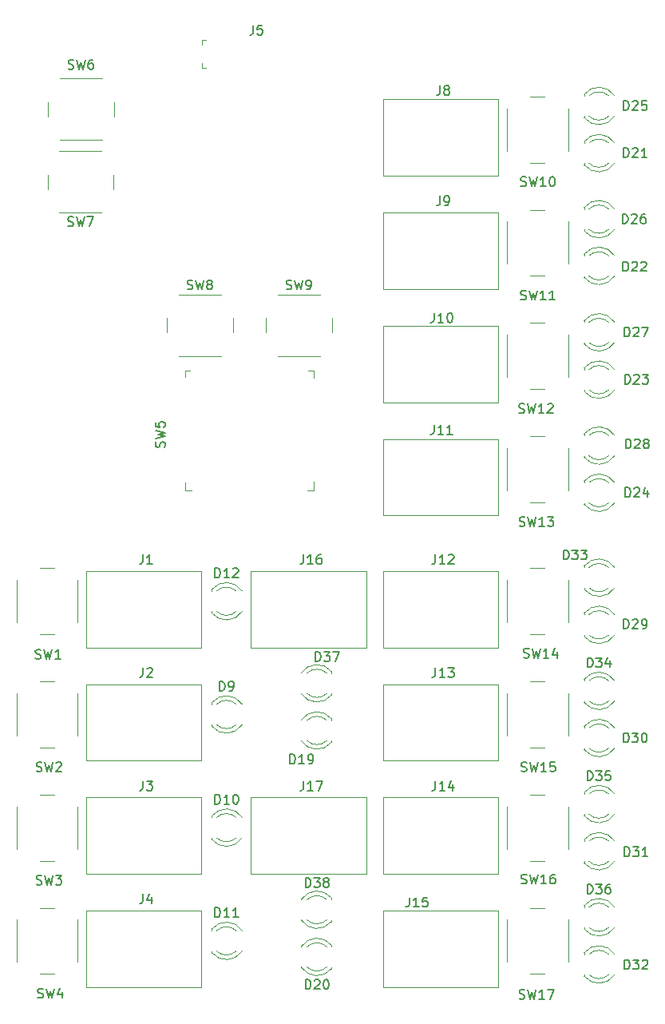
<source format=gbr>
%TF.GenerationSoftware,KiCad,Pcbnew,(6.0.1)*%
%TF.CreationDate,2022-08-04T18:13:32-07:00*%
%TF.ProjectId,main_board,6d61696e-5f62-46f6-9172-642e6b696361,2.1*%
%TF.SameCoordinates,Original*%
%TF.FileFunction,Legend,Top*%
%TF.FilePolarity,Positive*%
%FSLAX46Y46*%
G04 Gerber Fmt 4.6, Leading zero omitted, Abs format (unit mm)*
G04 Created by KiCad (PCBNEW (6.0.1)) date 2022-08-04 18:13:32*
%MOMM*%
%LPD*%
G01*
G04 APERTURE LIST*
%ADD10C,0.150000*%
%ADD11C,0.120000*%
%ADD12C,0.100000*%
G04 APERTURE END LIST*
D10*
X115535714Y-88952380D02*
X115535714Y-87952380D01*
X115773809Y-87952380D01*
X115916666Y-88000000D01*
X116011904Y-88095238D01*
X116059523Y-88190476D01*
X116107142Y-88380952D01*
X116107142Y-88523809D01*
X116059523Y-88714285D01*
X116011904Y-88809523D01*
X115916666Y-88904761D01*
X115773809Y-88952380D01*
X115535714Y-88952380D01*
X116488095Y-88047619D02*
X116535714Y-88000000D01*
X116630952Y-87952380D01*
X116869047Y-87952380D01*
X116964285Y-88000000D01*
X117011904Y-88047619D01*
X117059523Y-88142857D01*
X117059523Y-88238095D01*
X117011904Y-88380952D01*
X116440476Y-88952380D01*
X117059523Y-88952380D01*
X117392857Y-87952380D02*
X118011904Y-87952380D01*
X117678571Y-88333333D01*
X117821428Y-88333333D01*
X117916666Y-88380952D01*
X117964285Y-88428571D01*
X118011904Y-88523809D01*
X118011904Y-88761904D01*
X117964285Y-88857142D01*
X117916666Y-88904761D01*
X117821428Y-88952380D01*
X117535714Y-88952380D01*
X117440476Y-88904761D01*
X117392857Y-88857142D01*
X115485714Y-139052380D02*
X115485714Y-138052380D01*
X115723809Y-138052380D01*
X115866666Y-138100000D01*
X115961904Y-138195238D01*
X116009523Y-138290476D01*
X116057142Y-138480952D01*
X116057142Y-138623809D01*
X116009523Y-138814285D01*
X115961904Y-138909523D01*
X115866666Y-139004761D01*
X115723809Y-139052380D01*
X115485714Y-139052380D01*
X116390476Y-138052380D02*
X117009523Y-138052380D01*
X116676190Y-138433333D01*
X116819047Y-138433333D01*
X116914285Y-138480952D01*
X116961904Y-138528571D01*
X117009523Y-138623809D01*
X117009523Y-138861904D01*
X116961904Y-138957142D01*
X116914285Y-139004761D01*
X116819047Y-139052380D01*
X116533333Y-139052380D01*
X116438095Y-139004761D01*
X116390476Y-138957142D01*
X117961904Y-139052380D02*
X117390476Y-139052380D01*
X117676190Y-139052380D02*
X117676190Y-138052380D01*
X117580952Y-138195238D01*
X117485714Y-138290476D01*
X117390476Y-138338095D01*
X111555714Y-118992380D02*
X111555714Y-117992380D01*
X111793809Y-117992380D01*
X111936666Y-118040000D01*
X112031904Y-118135238D01*
X112079523Y-118230476D01*
X112127142Y-118420952D01*
X112127142Y-118563809D01*
X112079523Y-118754285D01*
X112031904Y-118849523D01*
X111936666Y-118944761D01*
X111793809Y-118992380D01*
X111555714Y-118992380D01*
X112460476Y-117992380D02*
X113079523Y-117992380D01*
X112746190Y-118373333D01*
X112889047Y-118373333D01*
X112984285Y-118420952D01*
X113031904Y-118468571D01*
X113079523Y-118563809D01*
X113079523Y-118801904D01*
X113031904Y-118897142D01*
X112984285Y-118944761D01*
X112889047Y-118992380D01*
X112603333Y-118992380D01*
X112508095Y-118944761D01*
X112460476Y-118897142D01*
X113936666Y-118325714D02*
X113936666Y-118992380D01*
X113698571Y-117944761D02*
X113460476Y-118659047D01*
X114079523Y-118659047D01*
X104540476Y-141904761D02*
X104683333Y-141952380D01*
X104921428Y-141952380D01*
X105016666Y-141904761D01*
X105064285Y-141857142D01*
X105111904Y-141761904D01*
X105111904Y-141666666D01*
X105064285Y-141571428D01*
X105016666Y-141523809D01*
X104921428Y-141476190D01*
X104730952Y-141428571D01*
X104635714Y-141380952D01*
X104588095Y-141333333D01*
X104540476Y-141238095D01*
X104540476Y-141142857D01*
X104588095Y-141047619D01*
X104635714Y-141000000D01*
X104730952Y-140952380D01*
X104969047Y-140952380D01*
X105111904Y-141000000D01*
X105445238Y-140952380D02*
X105683333Y-141952380D01*
X105873809Y-141238095D01*
X106064285Y-141952380D01*
X106302380Y-140952380D01*
X107207142Y-141952380D02*
X106635714Y-141952380D01*
X106921428Y-141952380D02*
X106921428Y-140952380D01*
X106826190Y-141095238D01*
X106730952Y-141190476D01*
X106635714Y-141238095D01*
X108064285Y-140952380D02*
X107873809Y-140952380D01*
X107778571Y-141000000D01*
X107730952Y-141047619D01*
X107635714Y-141190476D01*
X107588095Y-141380952D01*
X107588095Y-141761904D01*
X107635714Y-141857142D01*
X107683333Y-141904761D01*
X107778571Y-141952380D01*
X107969047Y-141952380D01*
X108064285Y-141904761D01*
X108111904Y-141857142D01*
X108159523Y-141761904D01*
X108159523Y-141523809D01*
X108111904Y-141428571D01*
X108064285Y-141380952D01*
X107969047Y-141333333D01*
X107778571Y-141333333D01*
X107683333Y-141380952D01*
X107635714Y-141428571D01*
X107588095Y-141523809D01*
X80010714Y-129227380D02*
X80010714Y-128227380D01*
X80248809Y-128227380D01*
X80391666Y-128275000D01*
X80486904Y-128370238D01*
X80534523Y-128465476D01*
X80582142Y-128655952D01*
X80582142Y-128798809D01*
X80534523Y-128989285D01*
X80486904Y-129084523D01*
X80391666Y-129179761D01*
X80248809Y-129227380D01*
X80010714Y-129227380D01*
X81534523Y-129227380D02*
X80963095Y-129227380D01*
X81248809Y-129227380D02*
X81248809Y-128227380D01*
X81153571Y-128370238D01*
X81058333Y-128465476D01*
X80963095Y-128513095D01*
X82010714Y-129227380D02*
X82201190Y-129227380D01*
X82296428Y-129179761D01*
X82344047Y-129132142D01*
X82439285Y-128989285D01*
X82486904Y-128798809D01*
X82486904Y-128417857D01*
X82439285Y-128322619D01*
X82391666Y-128275000D01*
X82296428Y-128227380D01*
X82105952Y-128227380D01*
X82010714Y-128275000D01*
X81963095Y-128322619D01*
X81915476Y-128417857D01*
X81915476Y-128655952D01*
X81963095Y-128751190D01*
X82010714Y-128798809D01*
X82105952Y-128846428D01*
X82296428Y-128846428D01*
X82391666Y-128798809D01*
X82439285Y-128751190D01*
X82486904Y-128655952D01*
X104340476Y-154104761D02*
X104483333Y-154152380D01*
X104721428Y-154152380D01*
X104816666Y-154104761D01*
X104864285Y-154057142D01*
X104911904Y-153961904D01*
X104911904Y-153866666D01*
X104864285Y-153771428D01*
X104816666Y-153723809D01*
X104721428Y-153676190D01*
X104530952Y-153628571D01*
X104435714Y-153580952D01*
X104388095Y-153533333D01*
X104340476Y-153438095D01*
X104340476Y-153342857D01*
X104388095Y-153247619D01*
X104435714Y-153200000D01*
X104530952Y-153152380D01*
X104769047Y-153152380D01*
X104911904Y-153200000D01*
X105245238Y-153152380D02*
X105483333Y-154152380D01*
X105673809Y-153438095D01*
X105864285Y-154152380D01*
X106102380Y-153152380D01*
X107007142Y-154152380D02*
X106435714Y-154152380D01*
X106721428Y-154152380D02*
X106721428Y-153152380D01*
X106626190Y-153295238D01*
X106530952Y-153390476D01*
X106435714Y-153438095D01*
X107340476Y-153152380D02*
X108007142Y-153152380D01*
X107578571Y-154152380D01*
X92690476Y-143402380D02*
X92690476Y-144116666D01*
X92642857Y-144259523D01*
X92547619Y-144354761D01*
X92404761Y-144402380D01*
X92309523Y-144402380D01*
X93690476Y-144402380D02*
X93119047Y-144402380D01*
X93404761Y-144402380D02*
X93404761Y-143402380D01*
X93309523Y-143545238D01*
X93214285Y-143640476D01*
X93119047Y-143688095D01*
X94595238Y-143402380D02*
X94119047Y-143402380D01*
X94071428Y-143878571D01*
X94119047Y-143830952D01*
X94214285Y-143783333D01*
X94452380Y-143783333D01*
X94547619Y-143830952D01*
X94595238Y-143878571D01*
X94642857Y-143973809D01*
X94642857Y-144211904D01*
X94595238Y-144307142D01*
X94547619Y-144354761D01*
X94452380Y-144402380D01*
X94214285Y-144402380D01*
X94119047Y-144354761D01*
X94071428Y-144307142D01*
X104490476Y-67954761D02*
X104633333Y-68002380D01*
X104871428Y-68002380D01*
X104966666Y-67954761D01*
X105014285Y-67907142D01*
X105061904Y-67811904D01*
X105061904Y-67716666D01*
X105014285Y-67621428D01*
X104966666Y-67573809D01*
X104871428Y-67526190D01*
X104680952Y-67478571D01*
X104585714Y-67430952D01*
X104538095Y-67383333D01*
X104490476Y-67288095D01*
X104490476Y-67192857D01*
X104538095Y-67097619D01*
X104585714Y-67050000D01*
X104680952Y-67002380D01*
X104919047Y-67002380D01*
X105061904Y-67050000D01*
X105395238Y-67002380D02*
X105633333Y-68002380D01*
X105823809Y-67288095D01*
X106014285Y-68002380D01*
X106252380Y-67002380D01*
X107157142Y-68002380D02*
X106585714Y-68002380D01*
X106871428Y-68002380D02*
X106871428Y-67002380D01*
X106776190Y-67145238D01*
X106680952Y-67240476D01*
X106585714Y-67288095D01*
X107776190Y-67002380D02*
X107871428Y-67002380D01*
X107966666Y-67050000D01*
X108014285Y-67097619D01*
X108061904Y-67192857D01*
X108109523Y-67383333D01*
X108109523Y-67621428D01*
X108061904Y-67811904D01*
X108014285Y-67907142D01*
X107966666Y-67954761D01*
X107871428Y-68002380D01*
X107776190Y-68002380D01*
X107680952Y-67954761D01*
X107633333Y-67907142D01*
X107585714Y-67811904D01*
X107538095Y-67621428D01*
X107538095Y-67383333D01*
X107585714Y-67192857D01*
X107633333Y-67097619D01*
X107680952Y-67050000D01*
X107776190Y-67002380D01*
X115560714Y-100952380D02*
X115560714Y-99952380D01*
X115798809Y-99952380D01*
X115941666Y-100000000D01*
X116036904Y-100095238D01*
X116084523Y-100190476D01*
X116132142Y-100380952D01*
X116132142Y-100523809D01*
X116084523Y-100714285D01*
X116036904Y-100809523D01*
X115941666Y-100904761D01*
X115798809Y-100952380D01*
X115560714Y-100952380D01*
X116513095Y-100047619D02*
X116560714Y-100000000D01*
X116655952Y-99952380D01*
X116894047Y-99952380D01*
X116989285Y-100000000D01*
X117036904Y-100047619D01*
X117084523Y-100142857D01*
X117084523Y-100238095D01*
X117036904Y-100380952D01*
X116465476Y-100952380D01*
X117084523Y-100952380D01*
X117941666Y-100285714D02*
X117941666Y-100952380D01*
X117703571Y-99904761D02*
X117465476Y-100619047D01*
X118084523Y-100619047D01*
X115385714Y-59952380D02*
X115385714Y-58952380D01*
X115623809Y-58952380D01*
X115766666Y-59000000D01*
X115861904Y-59095238D01*
X115909523Y-59190476D01*
X115957142Y-59380952D01*
X115957142Y-59523809D01*
X115909523Y-59714285D01*
X115861904Y-59809523D01*
X115766666Y-59904761D01*
X115623809Y-59952380D01*
X115385714Y-59952380D01*
X116338095Y-59047619D02*
X116385714Y-59000000D01*
X116480952Y-58952380D01*
X116719047Y-58952380D01*
X116814285Y-59000000D01*
X116861904Y-59047619D01*
X116909523Y-59142857D01*
X116909523Y-59238095D01*
X116861904Y-59380952D01*
X116290476Y-59952380D01*
X116909523Y-59952380D01*
X117814285Y-58952380D02*
X117338095Y-58952380D01*
X117290476Y-59428571D01*
X117338095Y-59380952D01*
X117433333Y-59333333D01*
X117671428Y-59333333D01*
X117766666Y-59380952D01*
X117814285Y-59428571D01*
X117861904Y-59523809D01*
X117861904Y-59761904D01*
X117814285Y-59857142D01*
X117766666Y-59904761D01*
X117671428Y-59952380D01*
X117433333Y-59952380D01*
X117338095Y-59904761D01*
X117290476Y-59857142D01*
X104540476Y-130004761D02*
X104683333Y-130052380D01*
X104921428Y-130052380D01*
X105016666Y-130004761D01*
X105064285Y-129957142D01*
X105111904Y-129861904D01*
X105111904Y-129766666D01*
X105064285Y-129671428D01*
X105016666Y-129623809D01*
X104921428Y-129576190D01*
X104730952Y-129528571D01*
X104635714Y-129480952D01*
X104588095Y-129433333D01*
X104540476Y-129338095D01*
X104540476Y-129242857D01*
X104588095Y-129147619D01*
X104635714Y-129100000D01*
X104730952Y-129052380D01*
X104969047Y-129052380D01*
X105111904Y-129100000D01*
X105445238Y-129052380D02*
X105683333Y-130052380D01*
X105873809Y-129338095D01*
X106064285Y-130052380D01*
X106302380Y-129052380D01*
X107207142Y-130052380D02*
X106635714Y-130052380D01*
X106921428Y-130052380D02*
X106921428Y-129052380D01*
X106826190Y-129195238D01*
X106730952Y-129290476D01*
X106635714Y-129338095D01*
X108111904Y-129052380D02*
X107635714Y-129052380D01*
X107588095Y-129528571D01*
X107635714Y-129480952D01*
X107730952Y-129433333D01*
X107969047Y-129433333D01*
X108064285Y-129480952D01*
X108111904Y-129528571D01*
X108159523Y-129623809D01*
X108159523Y-129861904D01*
X108111904Y-129957142D01*
X108064285Y-130004761D01*
X107969047Y-130052380D01*
X107730952Y-130052380D01*
X107635714Y-130004761D01*
X107588095Y-129957142D01*
X111555714Y-142992380D02*
X111555714Y-141992380D01*
X111793809Y-141992380D01*
X111936666Y-142040000D01*
X112031904Y-142135238D01*
X112079523Y-142230476D01*
X112127142Y-142420952D01*
X112127142Y-142563809D01*
X112079523Y-142754285D01*
X112031904Y-142849523D01*
X111936666Y-142944761D01*
X111793809Y-142992380D01*
X111555714Y-142992380D01*
X112460476Y-141992380D02*
X113079523Y-141992380D01*
X112746190Y-142373333D01*
X112889047Y-142373333D01*
X112984285Y-142420952D01*
X113031904Y-142468571D01*
X113079523Y-142563809D01*
X113079523Y-142801904D01*
X113031904Y-142897142D01*
X112984285Y-142944761D01*
X112889047Y-142992380D01*
X112603333Y-142992380D01*
X112508095Y-142944761D01*
X112460476Y-142897142D01*
X113936666Y-141992380D02*
X113746190Y-141992380D01*
X113650952Y-142040000D01*
X113603333Y-142087619D01*
X113508095Y-142230476D01*
X113460476Y-142420952D01*
X113460476Y-142801904D01*
X113508095Y-142897142D01*
X113555714Y-142944761D01*
X113650952Y-142992380D01*
X113841428Y-142992380D01*
X113936666Y-142944761D01*
X113984285Y-142897142D01*
X114031904Y-142801904D01*
X114031904Y-142563809D01*
X113984285Y-142468571D01*
X113936666Y-142420952D01*
X113841428Y-142373333D01*
X113650952Y-142373333D01*
X113555714Y-142420952D01*
X113508095Y-142468571D01*
X113460476Y-142563809D01*
X56516666Y-55554761D02*
X56659523Y-55602380D01*
X56897619Y-55602380D01*
X56992857Y-55554761D01*
X57040476Y-55507142D01*
X57088095Y-55411904D01*
X57088095Y-55316666D01*
X57040476Y-55221428D01*
X56992857Y-55173809D01*
X56897619Y-55126190D01*
X56707142Y-55078571D01*
X56611904Y-55030952D01*
X56564285Y-54983333D01*
X56516666Y-54888095D01*
X56516666Y-54792857D01*
X56564285Y-54697619D01*
X56611904Y-54650000D01*
X56707142Y-54602380D01*
X56945238Y-54602380D01*
X57088095Y-54650000D01*
X57421428Y-54602380D02*
X57659523Y-55602380D01*
X57850000Y-54888095D01*
X58040476Y-55602380D01*
X58278571Y-54602380D01*
X59088095Y-54602380D02*
X58897619Y-54602380D01*
X58802380Y-54650000D01*
X58754761Y-54697619D01*
X58659523Y-54840476D01*
X58611904Y-55030952D01*
X58611904Y-55411904D01*
X58659523Y-55507142D01*
X58707142Y-55554761D01*
X58802380Y-55602380D01*
X58992857Y-55602380D01*
X59088095Y-55554761D01*
X59135714Y-55507142D01*
X59183333Y-55411904D01*
X59183333Y-55173809D01*
X59135714Y-55078571D01*
X59088095Y-55030952D01*
X58992857Y-54983333D01*
X58802380Y-54983333D01*
X58707142Y-55030952D01*
X58659523Y-55078571D01*
X58611904Y-55173809D01*
X115285714Y-71952380D02*
X115285714Y-70952380D01*
X115523809Y-70952380D01*
X115666666Y-71000000D01*
X115761904Y-71095238D01*
X115809523Y-71190476D01*
X115857142Y-71380952D01*
X115857142Y-71523809D01*
X115809523Y-71714285D01*
X115761904Y-71809523D01*
X115666666Y-71904761D01*
X115523809Y-71952380D01*
X115285714Y-71952380D01*
X116238095Y-71047619D02*
X116285714Y-71000000D01*
X116380952Y-70952380D01*
X116619047Y-70952380D01*
X116714285Y-71000000D01*
X116761904Y-71047619D01*
X116809523Y-71142857D01*
X116809523Y-71238095D01*
X116761904Y-71380952D01*
X116190476Y-71952380D01*
X116809523Y-71952380D01*
X117666666Y-70952380D02*
X117476190Y-70952380D01*
X117380952Y-71000000D01*
X117333333Y-71047619D01*
X117238095Y-71190476D01*
X117190476Y-71380952D01*
X117190476Y-71761904D01*
X117238095Y-71857142D01*
X117285714Y-71904761D01*
X117380952Y-71952380D01*
X117571428Y-71952380D01*
X117666666Y-71904761D01*
X117714285Y-71857142D01*
X117761904Y-71761904D01*
X117761904Y-71523809D01*
X117714285Y-71428571D01*
X117666666Y-71380952D01*
X117571428Y-71333333D01*
X117380952Y-71333333D01*
X117285714Y-71380952D01*
X117238095Y-71428571D01*
X117190476Y-71523809D01*
X95916666Y-57352380D02*
X95916666Y-58066666D01*
X95869047Y-58209523D01*
X95773809Y-58304761D01*
X95630952Y-58352380D01*
X95535714Y-58352380D01*
X96535714Y-57780952D02*
X96440476Y-57733333D01*
X96392857Y-57685714D01*
X96345238Y-57590476D01*
X96345238Y-57542857D01*
X96392857Y-57447619D01*
X96440476Y-57400000D01*
X96535714Y-57352380D01*
X96726190Y-57352380D01*
X96821428Y-57400000D01*
X96869047Y-57447619D01*
X96916666Y-57542857D01*
X96916666Y-57590476D01*
X96869047Y-57685714D01*
X96821428Y-57733333D01*
X96726190Y-57780952D01*
X96535714Y-57780952D01*
X96440476Y-57828571D01*
X96392857Y-57876190D01*
X96345238Y-57971428D01*
X96345238Y-58161904D01*
X96392857Y-58257142D01*
X96440476Y-58304761D01*
X96535714Y-58352380D01*
X96726190Y-58352380D01*
X96821428Y-58304761D01*
X96869047Y-58257142D01*
X96916666Y-58161904D01*
X96916666Y-57971428D01*
X96869047Y-57876190D01*
X96821428Y-57828571D01*
X96726190Y-57780952D01*
X104290476Y-92004761D02*
X104433333Y-92052380D01*
X104671428Y-92052380D01*
X104766666Y-92004761D01*
X104814285Y-91957142D01*
X104861904Y-91861904D01*
X104861904Y-91766666D01*
X104814285Y-91671428D01*
X104766666Y-91623809D01*
X104671428Y-91576190D01*
X104480952Y-91528571D01*
X104385714Y-91480952D01*
X104338095Y-91433333D01*
X104290476Y-91338095D01*
X104290476Y-91242857D01*
X104338095Y-91147619D01*
X104385714Y-91100000D01*
X104480952Y-91052380D01*
X104719047Y-91052380D01*
X104861904Y-91100000D01*
X105195238Y-91052380D02*
X105433333Y-92052380D01*
X105623809Y-91338095D01*
X105814285Y-92052380D01*
X106052380Y-91052380D01*
X106957142Y-92052380D02*
X106385714Y-92052380D01*
X106671428Y-92052380D02*
X106671428Y-91052380D01*
X106576190Y-91195238D01*
X106480952Y-91290476D01*
X106385714Y-91338095D01*
X107338095Y-91147619D02*
X107385714Y-91100000D01*
X107480952Y-91052380D01*
X107719047Y-91052380D01*
X107814285Y-91100000D01*
X107861904Y-91147619D01*
X107909523Y-91242857D01*
X107909523Y-91338095D01*
X107861904Y-91480952D01*
X107290476Y-92052380D01*
X107909523Y-92052380D01*
X81440476Y-107052380D02*
X81440476Y-107766666D01*
X81392857Y-107909523D01*
X81297619Y-108004761D01*
X81154761Y-108052380D01*
X81059523Y-108052380D01*
X82440476Y-108052380D02*
X81869047Y-108052380D01*
X82154761Y-108052380D02*
X82154761Y-107052380D01*
X82059523Y-107195238D01*
X81964285Y-107290476D01*
X81869047Y-107338095D01*
X83297619Y-107052380D02*
X83107142Y-107052380D01*
X83011904Y-107100000D01*
X82964285Y-107147619D01*
X82869047Y-107290476D01*
X82821428Y-107480952D01*
X82821428Y-107861904D01*
X82869047Y-107957142D01*
X82916666Y-108004761D01*
X83011904Y-108052380D01*
X83202380Y-108052380D01*
X83297619Y-108004761D01*
X83345238Y-107957142D01*
X83392857Y-107861904D01*
X83392857Y-107623809D01*
X83345238Y-107528571D01*
X83297619Y-107480952D01*
X83202380Y-107433333D01*
X83011904Y-107433333D01*
X82916666Y-107480952D01*
X82869047Y-107528571D01*
X82821428Y-107623809D01*
X56466666Y-72204761D02*
X56609523Y-72252380D01*
X56847619Y-72252380D01*
X56942857Y-72204761D01*
X56990476Y-72157142D01*
X57038095Y-72061904D01*
X57038095Y-71966666D01*
X56990476Y-71871428D01*
X56942857Y-71823809D01*
X56847619Y-71776190D01*
X56657142Y-71728571D01*
X56561904Y-71680952D01*
X56514285Y-71633333D01*
X56466666Y-71538095D01*
X56466666Y-71442857D01*
X56514285Y-71347619D01*
X56561904Y-71300000D01*
X56657142Y-71252380D01*
X56895238Y-71252380D01*
X57038095Y-71300000D01*
X57371428Y-71252380D02*
X57609523Y-72252380D01*
X57800000Y-71538095D01*
X57990476Y-72252380D01*
X58228571Y-71252380D01*
X58514285Y-71252380D02*
X59180952Y-71252380D01*
X58752380Y-72252380D01*
X53266666Y-154004761D02*
X53409523Y-154052380D01*
X53647619Y-154052380D01*
X53742857Y-154004761D01*
X53790476Y-153957142D01*
X53838095Y-153861904D01*
X53838095Y-153766666D01*
X53790476Y-153671428D01*
X53742857Y-153623809D01*
X53647619Y-153576190D01*
X53457142Y-153528571D01*
X53361904Y-153480952D01*
X53314285Y-153433333D01*
X53266666Y-153338095D01*
X53266666Y-153242857D01*
X53314285Y-153147619D01*
X53361904Y-153100000D01*
X53457142Y-153052380D01*
X53695238Y-153052380D01*
X53838095Y-153100000D01*
X54171428Y-153052380D02*
X54409523Y-154052380D01*
X54600000Y-153338095D01*
X54790476Y-154052380D01*
X55028571Y-153052380D01*
X55838095Y-153385714D02*
X55838095Y-154052380D01*
X55600000Y-153004761D02*
X55361904Y-153719047D01*
X55980952Y-153719047D01*
X66704761Y-95658333D02*
X66752380Y-95515476D01*
X66752380Y-95277380D01*
X66704761Y-95182142D01*
X66657142Y-95134523D01*
X66561904Y-95086904D01*
X66466666Y-95086904D01*
X66371428Y-95134523D01*
X66323809Y-95182142D01*
X66276190Y-95277380D01*
X66228571Y-95467857D01*
X66180952Y-95563095D01*
X66133333Y-95610714D01*
X66038095Y-95658333D01*
X65942857Y-95658333D01*
X65847619Y-95610714D01*
X65800000Y-95563095D01*
X65752380Y-95467857D01*
X65752380Y-95229761D01*
X65800000Y-95086904D01*
X65752380Y-94753571D02*
X66752380Y-94515476D01*
X66038095Y-94325000D01*
X66752380Y-94134523D01*
X65752380Y-93896428D01*
X65752380Y-93039285D02*
X65752380Y-93515476D01*
X66228571Y-93563095D01*
X66180952Y-93515476D01*
X66133333Y-93420238D01*
X66133333Y-93182142D01*
X66180952Y-93086904D01*
X66228571Y-93039285D01*
X66323809Y-92991666D01*
X66561904Y-92991666D01*
X66657142Y-93039285D01*
X66704761Y-93086904D01*
X66752380Y-93182142D01*
X66752380Y-93420238D01*
X66704761Y-93515476D01*
X66657142Y-93563095D01*
X72055714Y-109492380D02*
X72055714Y-108492380D01*
X72293809Y-108492380D01*
X72436666Y-108540000D01*
X72531904Y-108635238D01*
X72579523Y-108730476D01*
X72627142Y-108920952D01*
X72627142Y-109063809D01*
X72579523Y-109254285D01*
X72531904Y-109349523D01*
X72436666Y-109444761D01*
X72293809Y-109492380D01*
X72055714Y-109492380D01*
X73579523Y-109492380D02*
X73008095Y-109492380D01*
X73293809Y-109492380D02*
X73293809Y-108492380D01*
X73198571Y-108635238D01*
X73103333Y-108730476D01*
X73008095Y-108778095D01*
X73960476Y-108587619D02*
X74008095Y-108540000D01*
X74103333Y-108492380D01*
X74341428Y-108492380D01*
X74436666Y-108540000D01*
X74484285Y-108587619D01*
X74531904Y-108682857D01*
X74531904Y-108778095D01*
X74484285Y-108920952D01*
X73912857Y-109492380D01*
X74531904Y-109492380D01*
X104790476Y-117954761D02*
X104933333Y-118002380D01*
X105171428Y-118002380D01*
X105266666Y-117954761D01*
X105314285Y-117907142D01*
X105361904Y-117811904D01*
X105361904Y-117716666D01*
X105314285Y-117621428D01*
X105266666Y-117573809D01*
X105171428Y-117526190D01*
X104980952Y-117478571D01*
X104885714Y-117430952D01*
X104838095Y-117383333D01*
X104790476Y-117288095D01*
X104790476Y-117192857D01*
X104838095Y-117097619D01*
X104885714Y-117050000D01*
X104980952Y-117002380D01*
X105219047Y-117002380D01*
X105361904Y-117050000D01*
X105695238Y-117002380D02*
X105933333Y-118002380D01*
X106123809Y-117288095D01*
X106314285Y-118002380D01*
X106552380Y-117002380D01*
X107457142Y-118002380D02*
X106885714Y-118002380D01*
X107171428Y-118002380D02*
X107171428Y-117002380D01*
X107076190Y-117145238D01*
X106980952Y-117240476D01*
X106885714Y-117288095D01*
X108314285Y-117335714D02*
X108314285Y-118002380D01*
X108076190Y-116954761D02*
X107838095Y-117669047D01*
X108457142Y-117669047D01*
X53016666Y-118054761D02*
X53159523Y-118102380D01*
X53397619Y-118102380D01*
X53492857Y-118054761D01*
X53540476Y-118007142D01*
X53588095Y-117911904D01*
X53588095Y-117816666D01*
X53540476Y-117721428D01*
X53492857Y-117673809D01*
X53397619Y-117626190D01*
X53207142Y-117578571D01*
X53111904Y-117530952D01*
X53064285Y-117483333D01*
X53016666Y-117388095D01*
X53016666Y-117292857D01*
X53064285Y-117197619D01*
X53111904Y-117150000D01*
X53207142Y-117102380D01*
X53445238Y-117102380D01*
X53588095Y-117150000D01*
X53921428Y-117102380D02*
X54159523Y-118102380D01*
X54350000Y-117388095D01*
X54540476Y-118102380D01*
X54778571Y-117102380D01*
X55683333Y-118102380D02*
X55111904Y-118102380D01*
X55397619Y-118102380D02*
X55397619Y-117102380D01*
X55302380Y-117245238D01*
X55207142Y-117340476D01*
X55111904Y-117388095D01*
X81660714Y-142327380D02*
X81660714Y-141327380D01*
X81898809Y-141327380D01*
X82041666Y-141375000D01*
X82136904Y-141470238D01*
X82184523Y-141565476D01*
X82232142Y-141755952D01*
X82232142Y-141898809D01*
X82184523Y-142089285D01*
X82136904Y-142184523D01*
X82041666Y-142279761D01*
X81898809Y-142327380D01*
X81660714Y-142327380D01*
X82565476Y-141327380D02*
X83184523Y-141327380D01*
X82851190Y-141708333D01*
X82994047Y-141708333D01*
X83089285Y-141755952D01*
X83136904Y-141803571D01*
X83184523Y-141898809D01*
X83184523Y-142136904D01*
X83136904Y-142232142D01*
X83089285Y-142279761D01*
X82994047Y-142327380D01*
X82708333Y-142327380D01*
X82613095Y-142279761D01*
X82565476Y-142232142D01*
X83755952Y-141755952D02*
X83660714Y-141708333D01*
X83613095Y-141660714D01*
X83565476Y-141565476D01*
X83565476Y-141517857D01*
X83613095Y-141422619D01*
X83660714Y-141375000D01*
X83755952Y-141327380D01*
X83946428Y-141327380D01*
X84041666Y-141375000D01*
X84089285Y-141422619D01*
X84136904Y-141517857D01*
X84136904Y-141565476D01*
X84089285Y-141660714D01*
X84041666Y-141708333D01*
X83946428Y-141755952D01*
X83755952Y-141755952D01*
X83660714Y-141803571D01*
X83613095Y-141851190D01*
X83565476Y-141946428D01*
X83565476Y-142136904D01*
X83613095Y-142232142D01*
X83660714Y-142279761D01*
X83755952Y-142327380D01*
X83946428Y-142327380D01*
X84041666Y-142279761D01*
X84089285Y-142232142D01*
X84136904Y-142136904D01*
X84136904Y-141946428D01*
X84089285Y-141851190D01*
X84041666Y-141803571D01*
X83946428Y-141755952D01*
X115385714Y-64952380D02*
X115385714Y-63952380D01*
X115623809Y-63952380D01*
X115766666Y-64000000D01*
X115861904Y-64095238D01*
X115909523Y-64190476D01*
X115957142Y-64380952D01*
X115957142Y-64523809D01*
X115909523Y-64714285D01*
X115861904Y-64809523D01*
X115766666Y-64904761D01*
X115623809Y-64952380D01*
X115385714Y-64952380D01*
X116338095Y-64047619D02*
X116385714Y-64000000D01*
X116480952Y-63952380D01*
X116719047Y-63952380D01*
X116814285Y-64000000D01*
X116861904Y-64047619D01*
X116909523Y-64142857D01*
X116909523Y-64238095D01*
X116861904Y-64380952D01*
X116290476Y-64952380D01*
X116909523Y-64952380D01*
X117861904Y-64952380D02*
X117290476Y-64952380D01*
X117576190Y-64952380D02*
X117576190Y-63952380D01*
X117480952Y-64095238D01*
X117385714Y-64190476D01*
X117290476Y-64238095D01*
X81440476Y-131052380D02*
X81440476Y-131766666D01*
X81392857Y-131909523D01*
X81297619Y-132004761D01*
X81154761Y-132052380D01*
X81059523Y-132052380D01*
X82440476Y-132052380D02*
X81869047Y-132052380D01*
X82154761Y-132052380D02*
X82154761Y-131052380D01*
X82059523Y-131195238D01*
X81964285Y-131290476D01*
X81869047Y-131338095D01*
X82773809Y-131052380D02*
X83440476Y-131052380D01*
X83011904Y-132052380D01*
X82710714Y-118377380D02*
X82710714Y-117377380D01*
X82948809Y-117377380D01*
X83091666Y-117425000D01*
X83186904Y-117520238D01*
X83234523Y-117615476D01*
X83282142Y-117805952D01*
X83282142Y-117948809D01*
X83234523Y-118139285D01*
X83186904Y-118234523D01*
X83091666Y-118329761D01*
X82948809Y-118377380D01*
X82710714Y-118377380D01*
X83615476Y-117377380D02*
X84234523Y-117377380D01*
X83901190Y-117758333D01*
X84044047Y-117758333D01*
X84139285Y-117805952D01*
X84186904Y-117853571D01*
X84234523Y-117948809D01*
X84234523Y-118186904D01*
X84186904Y-118282142D01*
X84139285Y-118329761D01*
X84044047Y-118377380D01*
X83758333Y-118377380D01*
X83663095Y-118329761D01*
X83615476Y-118282142D01*
X84567857Y-117377380D02*
X85234523Y-117377380D01*
X84805952Y-118377380D01*
X53116666Y-142004761D02*
X53259523Y-142052380D01*
X53497619Y-142052380D01*
X53592857Y-142004761D01*
X53640476Y-141957142D01*
X53688095Y-141861904D01*
X53688095Y-141766666D01*
X53640476Y-141671428D01*
X53592857Y-141623809D01*
X53497619Y-141576190D01*
X53307142Y-141528571D01*
X53211904Y-141480952D01*
X53164285Y-141433333D01*
X53116666Y-141338095D01*
X53116666Y-141242857D01*
X53164285Y-141147619D01*
X53211904Y-141100000D01*
X53307142Y-141052380D01*
X53545238Y-141052380D01*
X53688095Y-141100000D01*
X54021428Y-141052380D02*
X54259523Y-142052380D01*
X54450000Y-141338095D01*
X54640476Y-142052380D01*
X54878571Y-141052380D01*
X55164285Y-141052380D02*
X55783333Y-141052380D01*
X55450000Y-141433333D01*
X55592857Y-141433333D01*
X55688095Y-141480952D01*
X55735714Y-141528571D01*
X55783333Y-141623809D01*
X55783333Y-141861904D01*
X55735714Y-141957142D01*
X55688095Y-142004761D01*
X55592857Y-142052380D01*
X55307142Y-142052380D01*
X55211904Y-142004761D01*
X55164285Y-141957142D01*
X95440476Y-107052380D02*
X95440476Y-107766666D01*
X95392857Y-107909523D01*
X95297619Y-108004761D01*
X95154761Y-108052380D01*
X95059523Y-108052380D01*
X96440476Y-108052380D02*
X95869047Y-108052380D01*
X96154761Y-108052380D02*
X96154761Y-107052380D01*
X96059523Y-107195238D01*
X95964285Y-107290476D01*
X95869047Y-107338095D01*
X96821428Y-107147619D02*
X96869047Y-107100000D01*
X96964285Y-107052380D01*
X97202380Y-107052380D01*
X97297619Y-107100000D01*
X97345238Y-107147619D01*
X97392857Y-107242857D01*
X97392857Y-107338095D01*
X97345238Y-107480952D01*
X96773809Y-108052380D01*
X97392857Y-108052380D01*
X72055714Y-133492380D02*
X72055714Y-132492380D01*
X72293809Y-132492380D01*
X72436666Y-132540000D01*
X72531904Y-132635238D01*
X72579523Y-132730476D01*
X72627142Y-132920952D01*
X72627142Y-133063809D01*
X72579523Y-133254285D01*
X72531904Y-133349523D01*
X72436666Y-133444761D01*
X72293809Y-133492380D01*
X72055714Y-133492380D01*
X73579523Y-133492380D02*
X73008095Y-133492380D01*
X73293809Y-133492380D02*
X73293809Y-132492380D01*
X73198571Y-132635238D01*
X73103333Y-132730476D01*
X73008095Y-132778095D01*
X74198571Y-132492380D02*
X74293809Y-132492380D01*
X74389047Y-132540000D01*
X74436666Y-132587619D01*
X74484285Y-132682857D01*
X74531904Y-132873333D01*
X74531904Y-133111428D01*
X74484285Y-133301904D01*
X74436666Y-133397142D01*
X74389047Y-133444761D01*
X74293809Y-133492380D01*
X74198571Y-133492380D01*
X74103333Y-133444761D01*
X74055714Y-133397142D01*
X74008095Y-133301904D01*
X73960476Y-133111428D01*
X73960476Y-132873333D01*
X74008095Y-132682857D01*
X74055714Y-132587619D01*
X74103333Y-132540000D01*
X74198571Y-132492380D01*
X111555714Y-130992380D02*
X111555714Y-129992380D01*
X111793809Y-129992380D01*
X111936666Y-130040000D01*
X112031904Y-130135238D01*
X112079523Y-130230476D01*
X112127142Y-130420952D01*
X112127142Y-130563809D01*
X112079523Y-130754285D01*
X112031904Y-130849523D01*
X111936666Y-130944761D01*
X111793809Y-130992380D01*
X111555714Y-130992380D01*
X112460476Y-129992380D02*
X113079523Y-129992380D01*
X112746190Y-130373333D01*
X112889047Y-130373333D01*
X112984285Y-130420952D01*
X113031904Y-130468571D01*
X113079523Y-130563809D01*
X113079523Y-130801904D01*
X113031904Y-130897142D01*
X112984285Y-130944761D01*
X112889047Y-130992380D01*
X112603333Y-130992380D01*
X112508095Y-130944761D01*
X112460476Y-130897142D01*
X113984285Y-129992380D02*
X113508095Y-129992380D01*
X113460476Y-130468571D01*
X113508095Y-130420952D01*
X113603333Y-130373333D01*
X113841428Y-130373333D01*
X113936666Y-130420952D01*
X113984285Y-130468571D01*
X114031904Y-130563809D01*
X114031904Y-130801904D01*
X113984285Y-130897142D01*
X113936666Y-130944761D01*
X113841428Y-130992380D01*
X113603333Y-130992380D01*
X113508095Y-130944761D01*
X113460476Y-130897142D01*
X81655714Y-153112380D02*
X81655714Y-152112380D01*
X81893809Y-152112380D01*
X82036666Y-152160000D01*
X82131904Y-152255238D01*
X82179523Y-152350476D01*
X82227142Y-152540952D01*
X82227142Y-152683809D01*
X82179523Y-152874285D01*
X82131904Y-152969523D01*
X82036666Y-153064761D01*
X81893809Y-153112380D01*
X81655714Y-153112380D01*
X82608095Y-152207619D02*
X82655714Y-152160000D01*
X82750952Y-152112380D01*
X82989047Y-152112380D01*
X83084285Y-152160000D01*
X83131904Y-152207619D01*
X83179523Y-152302857D01*
X83179523Y-152398095D01*
X83131904Y-152540952D01*
X82560476Y-153112380D01*
X83179523Y-153112380D01*
X83798571Y-152112380D02*
X83893809Y-152112380D01*
X83989047Y-152160000D01*
X84036666Y-152207619D01*
X84084285Y-152302857D01*
X84131904Y-152493333D01*
X84131904Y-152731428D01*
X84084285Y-152921904D01*
X84036666Y-153017142D01*
X83989047Y-153064761D01*
X83893809Y-153112380D01*
X83798571Y-153112380D01*
X83703333Y-153064761D01*
X83655714Y-153017142D01*
X83608095Y-152921904D01*
X83560476Y-152731428D01*
X83560476Y-152493333D01*
X83608095Y-152302857D01*
X83655714Y-152207619D01*
X83703333Y-152160000D01*
X83798571Y-152112380D01*
X72531904Y-121492380D02*
X72531904Y-120492380D01*
X72770000Y-120492380D01*
X72912857Y-120540000D01*
X73008095Y-120635238D01*
X73055714Y-120730476D01*
X73103333Y-120920952D01*
X73103333Y-121063809D01*
X73055714Y-121254285D01*
X73008095Y-121349523D01*
X72912857Y-121444761D01*
X72770000Y-121492380D01*
X72531904Y-121492380D01*
X73579523Y-121492380D02*
X73770000Y-121492380D01*
X73865238Y-121444761D01*
X73912857Y-121397142D01*
X74008095Y-121254285D01*
X74055714Y-121063809D01*
X74055714Y-120682857D01*
X74008095Y-120587619D01*
X73960476Y-120540000D01*
X73865238Y-120492380D01*
X73674761Y-120492380D01*
X73579523Y-120540000D01*
X73531904Y-120587619D01*
X73484285Y-120682857D01*
X73484285Y-120920952D01*
X73531904Y-121016190D01*
X73579523Y-121063809D01*
X73674761Y-121111428D01*
X73865238Y-121111428D01*
X73960476Y-121063809D01*
X74008095Y-121016190D01*
X74055714Y-120920952D01*
X64416666Y-107052380D02*
X64416666Y-107766666D01*
X64369047Y-107909523D01*
X64273809Y-108004761D01*
X64130952Y-108052380D01*
X64035714Y-108052380D01*
X65416666Y-108052380D02*
X64845238Y-108052380D01*
X65130952Y-108052380D02*
X65130952Y-107052380D01*
X65035714Y-107195238D01*
X64940476Y-107290476D01*
X64845238Y-107338095D01*
X115610714Y-95802380D02*
X115610714Y-94802380D01*
X115848809Y-94802380D01*
X115991666Y-94850000D01*
X116086904Y-94945238D01*
X116134523Y-95040476D01*
X116182142Y-95230952D01*
X116182142Y-95373809D01*
X116134523Y-95564285D01*
X116086904Y-95659523D01*
X115991666Y-95754761D01*
X115848809Y-95802380D01*
X115610714Y-95802380D01*
X116563095Y-94897619D02*
X116610714Y-94850000D01*
X116705952Y-94802380D01*
X116944047Y-94802380D01*
X117039285Y-94850000D01*
X117086904Y-94897619D01*
X117134523Y-94992857D01*
X117134523Y-95088095D01*
X117086904Y-95230952D01*
X116515476Y-95802380D01*
X117134523Y-95802380D01*
X117705952Y-95230952D02*
X117610714Y-95183333D01*
X117563095Y-95135714D01*
X117515476Y-95040476D01*
X117515476Y-94992857D01*
X117563095Y-94897619D01*
X117610714Y-94850000D01*
X117705952Y-94802380D01*
X117896428Y-94802380D01*
X117991666Y-94850000D01*
X118039285Y-94897619D01*
X118086904Y-94992857D01*
X118086904Y-95040476D01*
X118039285Y-95135714D01*
X117991666Y-95183333D01*
X117896428Y-95230952D01*
X117705952Y-95230952D01*
X117610714Y-95278571D01*
X117563095Y-95326190D01*
X117515476Y-95421428D01*
X117515476Y-95611904D01*
X117563095Y-95707142D01*
X117610714Y-95754761D01*
X117705952Y-95802380D01*
X117896428Y-95802380D01*
X117991666Y-95754761D01*
X118039285Y-95707142D01*
X118086904Y-95611904D01*
X118086904Y-95421428D01*
X118039285Y-95326190D01*
X117991666Y-95278571D01*
X117896428Y-95230952D01*
X64416666Y-119052380D02*
X64416666Y-119766666D01*
X64369047Y-119909523D01*
X64273809Y-120004761D01*
X64130952Y-120052380D01*
X64035714Y-120052380D01*
X64845238Y-119147619D02*
X64892857Y-119100000D01*
X64988095Y-119052380D01*
X65226190Y-119052380D01*
X65321428Y-119100000D01*
X65369047Y-119147619D01*
X65416666Y-119242857D01*
X65416666Y-119338095D01*
X65369047Y-119480952D01*
X64797619Y-120052380D01*
X65416666Y-120052380D01*
X64416666Y-131052380D02*
X64416666Y-131766666D01*
X64369047Y-131909523D01*
X64273809Y-132004761D01*
X64130952Y-132052380D01*
X64035714Y-132052380D01*
X64797619Y-131052380D02*
X65416666Y-131052380D01*
X65083333Y-131433333D01*
X65226190Y-131433333D01*
X65321428Y-131480952D01*
X65369047Y-131528571D01*
X65416666Y-131623809D01*
X65416666Y-131861904D01*
X65369047Y-131957142D01*
X65321428Y-132004761D01*
X65226190Y-132052380D01*
X64940476Y-132052380D01*
X64845238Y-132004761D01*
X64797619Y-131957142D01*
X95440476Y-131052380D02*
X95440476Y-131766666D01*
X95392857Y-131909523D01*
X95297619Y-132004761D01*
X95154761Y-132052380D01*
X95059523Y-132052380D01*
X96440476Y-132052380D02*
X95869047Y-132052380D01*
X96154761Y-132052380D02*
X96154761Y-131052380D01*
X96059523Y-131195238D01*
X95964285Y-131290476D01*
X95869047Y-131338095D01*
X97297619Y-131385714D02*
X97297619Y-132052380D01*
X97059523Y-131004761D02*
X96821428Y-131719047D01*
X97440476Y-131719047D01*
X115485714Y-151002380D02*
X115485714Y-150002380D01*
X115723809Y-150002380D01*
X115866666Y-150050000D01*
X115961904Y-150145238D01*
X116009523Y-150240476D01*
X116057142Y-150430952D01*
X116057142Y-150573809D01*
X116009523Y-150764285D01*
X115961904Y-150859523D01*
X115866666Y-150954761D01*
X115723809Y-151002380D01*
X115485714Y-151002380D01*
X116390476Y-150002380D02*
X117009523Y-150002380D01*
X116676190Y-150383333D01*
X116819047Y-150383333D01*
X116914285Y-150430952D01*
X116961904Y-150478571D01*
X117009523Y-150573809D01*
X117009523Y-150811904D01*
X116961904Y-150907142D01*
X116914285Y-150954761D01*
X116819047Y-151002380D01*
X116533333Y-151002380D01*
X116438095Y-150954761D01*
X116390476Y-150907142D01*
X117390476Y-150097619D02*
X117438095Y-150050000D01*
X117533333Y-150002380D01*
X117771428Y-150002380D01*
X117866666Y-150050000D01*
X117914285Y-150097619D01*
X117961904Y-150192857D01*
X117961904Y-150288095D01*
X117914285Y-150430952D01*
X117342857Y-151002380D01*
X117961904Y-151002380D01*
X115385714Y-126952380D02*
X115385714Y-125952380D01*
X115623809Y-125952380D01*
X115766666Y-126000000D01*
X115861904Y-126095238D01*
X115909523Y-126190476D01*
X115957142Y-126380952D01*
X115957142Y-126523809D01*
X115909523Y-126714285D01*
X115861904Y-126809523D01*
X115766666Y-126904761D01*
X115623809Y-126952380D01*
X115385714Y-126952380D01*
X116290476Y-125952380D02*
X116909523Y-125952380D01*
X116576190Y-126333333D01*
X116719047Y-126333333D01*
X116814285Y-126380952D01*
X116861904Y-126428571D01*
X116909523Y-126523809D01*
X116909523Y-126761904D01*
X116861904Y-126857142D01*
X116814285Y-126904761D01*
X116719047Y-126952380D01*
X116433333Y-126952380D01*
X116338095Y-126904761D01*
X116290476Y-126857142D01*
X117528571Y-125952380D02*
X117623809Y-125952380D01*
X117719047Y-126000000D01*
X117766666Y-126047619D01*
X117814285Y-126142857D01*
X117861904Y-126333333D01*
X117861904Y-126571428D01*
X117814285Y-126761904D01*
X117766666Y-126857142D01*
X117719047Y-126904761D01*
X117623809Y-126952380D01*
X117528571Y-126952380D01*
X117433333Y-126904761D01*
X117385714Y-126857142D01*
X117338095Y-126761904D01*
X117290476Y-126571428D01*
X117290476Y-126333333D01*
X117338095Y-126142857D01*
X117385714Y-126047619D01*
X117433333Y-126000000D01*
X117528571Y-125952380D01*
X104340476Y-104004761D02*
X104483333Y-104052380D01*
X104721428Y-104052380D01*
X104816666Y-104004761D01*
X104864285Y-103957142D01*
X104911904Y-103861904D01*
X104911904Y-103766666D01*
X104864285Y-103671428D01*
X104816666Y-103623809D01*
X104721428Y-103576190D01*
X104530952Y-103528571D01*
X104435714Y-103480952D01*
X104388095Y-103433333D01*
X104340476Y-103338095D01*
X104340476Y-103242857D01*
X104388095Y-103147619D01*
X104435714Y-103100000D01*
X104530952Y-103052380D01*
X104769047Y-103052380D01*
X104911904Y-103100000D01*
X105245238Y-103052380D02*
X105483333Y-104052380D01*
X105673809Y-103338095D01*
X105864285Y-104052380D01*
X106102380Y-103052380D01*
X107007142Y-104052380D02*
X106435714Y-104052380D01*
X106721428Y-104052380D02*
X106721428Y-103052380D01*
X106626190Y-103195238D01*
X106530952Y-103290476D01*
X106435714Y-103338095D01*
X107340476Y-103052380D02*
X107959523Y-103052380D01*
X107626190Y-103433333D01*
X107769047Y-103433333D01*
X107864285Y-103480952D01*
X107911904Y-103528571D01*
X107959523Y-103623809D01*
X107959523Y-103861904D01*
X107911904Y-103957142D01*
X107864285Y-104004761D01*
X107769047Y-104052380D01*
X107483333Y-104052380D01*
X107388095Y-104004761D01*
X107340476Y-103957142D01*
X115485714Y-83952380D02*
X115485714Y-82952380D01*
X115723809Y-82952380D01*
X115866666Y-83000000D01*
X115961904Y-83095238D01*
X116009523Y-83190476D01*
X116057142Y-83380952D01*
X116057142Y-83523809D01*
X116009523Y-83714285D01*
X115961904Y-83809523D01*
X115866666Y-83904761D01*
X115723809Y-83952380D01*
X115485714Y-83952380D01*
X116438095Y-83047619D02*
X116485714Y-83000000D01*
X116580952Y-82952380D01*
X116819047Y-82952380D01*
X116914285Y-83000000D01*
X116961904Y-83047619D01*
X117009523Y-83142857D01*
X117009523Y-83238095D01*
X116961904Y-83380952D01*
X116390476Y-83952380D01*
X117009523Y-83952380D01*
X117342857Y-82952380D02*
X118009523Y-82952380D01*
X117580952Y-83952380D01*
X115335714Y-77002380D02*
X115335714Y-76002380D01*
X115573809Y-76002380D01*
X115716666Y-76050000D01*
X115811904Y-76145238D01*
X115859523Y-76240476D01*
X115907142Y-76430952D01*
X115907142Y-76573809D01*
X115859523Y-76764285D01*
X115811904Y-76859523D01*
X115716666Y-76954761D01*
X115573809Y-77002380D01*
X115335714Y-77002380D01*
X116288095Y-76097619D02*
X116335714Y-76050000D01*
X116430952Y-76002380D01*
X116669047Y-76002380D01*
X116764285Y-76050000D01*
X116811904Y-76097619D01*
X116859523Y-76192857D01*
X116859523Y-76288095D01*
X116811904Y-76430952D01*
X116240476Y-77002380D01*
X116859523Y-77002380D01*
X117240476Y-76097619D02*
X117288095Y-76050000D01*
X117383333Y-76002380D01*
X117621428Y-76002380D01*
X117716666Y-76050000D01*
X117764285Y-76097619D01*
X117811904Y-76192857D01*
X117811904Y-76288095D01*
X117764285Y-76430952D01*
X117192857Y-77002380D01*
X117811904Y-77002380D01*
X95290476Y-81452380D02*
X95290476Y-82166666D01*
X95242857Y-82309523D01*
X95147619Y-82404761D01*
X95004761Y-82452380D01*
X94909523Y-82452380D01*
X96290476Y-82452380D02*
X95719047Y-82452380D01*
X96004761Y-82452380D02*
X96004761Y-81452380D01*
X95909523Y-81595238D01*
X95814285Y-81690476D01*
X95719047Y-81738095D01*
X96909523Y-81452380D02*
X97004761Y-81452380D01*
X97100000Y-81500000D01*
X97147619Y-81547619D01*
X97195238Y-81642857D01*
X97242857Y-81833333D01*
X97242857Y-82071428D01*
X97195238Y-82261904D01*
X97147619Y-82357142D01*
X97100000Y-82404761D01*
X97004761Y-82452380D01*
X96909523Y-82452380D01*
X96814285Y-82404761D01*
X96766666Y-82357142D01*
X96719047Y-82261904D01*
X96671428Y-82071428D01*
X96671428Y-81833333D01*
X96719047Y-81642857D01*
X96766666Y-81547619D01*
X96814285Y-81500000D01*
X96909523Y-81452380D01*
X104490476Y-80004761D02*
X104633333Y-80052380D01*
X104871428Y-80052380D01*
X104966666Y-80004761D01*
X105014285Y-79957142D01*
X105061904Y-79861904D01*
X105061904Y-79766666D01*
X105014285Y-79671428D01*
X104966666Y-79623809D01*
X104871428Y-79576190D01*
X104680952Y-79528571D01*
X104585714Y-79480952D01*
X104538095Y-79433333D01*
X104490476Y-79338095D01*
X104490476Y-79242857D01*
X104538095Y-79147619D01*
X104585714Y-79100000D01*
X104680952Y-79052380D01*
X104919047Y-79052380D01*
X105061904Y-79100000D01*
X105395238Y-79052380D02*
X105633333Y-80052380D01*
X105823809Y-79338095D01*
X106014285Y-80052380D01*
X106252380Y-79052380D01*
X107157142Y-80052380D02*
X106585714Y-80052380D01*
X106871428Y-80052380D02*
X106871428Y-79052380D01*
X106776190Y-79195238D01*
X106680952Y-79290476D01*
X106585714Y-79338095D01*
X108109523Y-80052380D02*
X107538095Y-80052380D01*
X107823809Y-80052380D02*
X107823809Y-79052380D01*
X107728571Y-79195238D01*
X107633333Y-79290476D01*
X107538095Y-79338095D01*
X95440476Y-119052380D02*
X95440476Y-119766666D01*
X95392857Y-119909523D01*
X95297619Y-120004761D01*
X95154761Y-120052380D01*
X95059523Y-120052380D01*
X96440476Y-120052380D02*
X95869047Y-120052380D01*
X96154761Y-120052380D02*
X96154761Y-119052380D01*
X96059523Y-119195238D01*
X95964285Y-119290476D01*
X95869047Y-119338095D01*
X96773809Y-119052380D02*
X97392857Y-119052380D01*
X97059523Y-119433333D01*
X97202380Y-119433333D01*
X97297619Y-119480952D01*
X97345238Y-119528571D01*
X97392857Y-119623809D01*
X97392857Y-119861904D01*
X97345238Y-119957142D01*
X97297619Y-120004761D01*
X97202380Y-120052380D01*
X96916666Y-120052380D01*
X96821428Y-120004761D01*
X96773809Y-119957142D01*
X95290476Y-93302380D02*
X95290476Y-94016666D01*
X95242857Y-94159523D01*
X95147619Y-94254761D01*
X95004761Y-94302380D01*
X94909523Y-94302380D01*
X96290476Y-94302380D02*
X95719047Y-94302380D01*
X96004761Y-94302380D02*
X96004761Y-93302380D01*
X95909523Y-93445238D01*
X95814285Y-93540476D01*
X95719047Y-93588095D01*
X97242857Y-94302380D02*
X96671428Y-94302380D01*
X96957142Y-94302380D02*
X96957142Y-93302380D01*
X96861904Y-93445238D01*
X96766666Y-93540476D01*
X96671428Y-93588095D01*
X115385714Y-114902380D02*
X115385714Y-113902380D01*
X115623809Y-113902380D01*
X115766666Y-113950000D01*
X115861904Y-114045238D01*
X115909523Y-114140476D01*
X115957142Y-114330952D01*
X115957142Y-114473809D01*
X115909523Y-114664285D01*
X115861904Y-114759523D01*
X115766666Y-114854761D01*
X115623809Y-114902380D01*
X115385714Y-114902380D01*
X116338095Y-113997619D02*
X116385714Y-113950000D01*
X116480952Y-113902380D01*
X116719047Y-113902380D01*
X116814285Y-113950000D01*
X116861904Y-113997619D01*
X116909523Y-114092857D01*
X116909523Y-114188095D01*
X116861904Y-114330952D01*
X116290476Y-114902380D01*
X116909523Y-114902380D01*
X117385714Y-114902380D02*
X117576190Y-114902380D01*
X117671428Y-114854761D01*
X117719047Y-114807142D01*
X117814285Y-114664285D01*
X117861904Y-114473809D01*
X117861904Y-114092857D01*
X117814285Y-113997619D01*
X117766666Y-113950000D01*
X117671428Y-113902380D01*
X117480952Y-113902380D01*
X117385714Y-113950000D01*
X117338095Y-113997619D01*
X117290476Y-114092857D01*
X117290476Y-114330952D01*
X117338095Y-114426190D01*
X117385714Y-114473809D01*
X117480952Y-114521428D01*
X117671428Y-114521428D01*
X117766666Y-114473809D01*
X117814285Y-114426190D01*
X117861904Y-114330952D01*
X64416666Y-143052380D02*
X64416666Y-143766666D01*
X64369047Y-143909523D01*
X64273809Y-144004761D01*
X64130952Y-144052380D01*
X64035714Y-144052380D01*
X65321428Y-143385714D02*
X65321428Y-144052380D01*
X65083333Y-143004761D02*
X64845238Y-143719047D01*
X65464285Y-143719047D01*
X76106666Y-50952380D02*
X76106666Y-51666666D01*
X76059047Y-51809523D01*
X75963809Y-51904761D01*
X75820952Y-51952380D01*
X75725714Y-51952380D01*
X77059047Y-50952380D02*
X76582857Y-50952380D01*
X76535238Y-51428571D01*
X76582857Y-51380952D01*
X76678095Y-51333333D01*
X76916190Y-51333333D01*
X77011428Y-51380952D01*
X77059047Y-51428571D01*
X77106666Y-51523809D01*
X77106666Y-51761904D01*
X77059047Y-51857142D01*
X77011428Y-51904761D01*
X76916190Y-51952380D01*
X76678095Y-51952380D01*
X76582857Y-51904761D01*
X76535238Y-51857142D01*
X53116666Y-130004761D02*
X53259523Y-130052380D01*
X53497619Y-130052380D01*
X53592857Y-130004761D01*
X53640476Y-129957142D01*
X53688095Y-129861904D01*
X53688095Y-129766666D01*
X53640476Y-129671428D01*
X53592857Y-129623809D01*
X53497619Y-129576190D01*
X53307142Y-129528571D01*
X53211904Y-129480952D01*
X53164285Y-129433333D01*
X53116666Y-129338095D01*
X53116666Y-129242857D01*
X53164285Y-129147619D01*
X53211904Y-129100000D01*
X53307142Y-129052380D01*
X53545238Y-129052380D01*
X53688095Y-129100000D01*
X54021428Y-129052380D02*
X54259523Y-130052380D01*
X54450000Y-129338095D01*
X54640476Y-130052380D01*
X54878571Y-129052380D01*
X55211904Y-129147619D02*
X55259523Y-129100000D01*
X55354761Y-129052380D01*
X55592857Y-129052380D01*
X55688095Y-129100000D01*
X55735714Y-129147619D01*
X55783333Y-129242857D01*
X55783333Y-129338095D01*
X55735714Y-129480952D01*
X55164285Y-130052380D01*
X55783333Y-130052380D01*
X95916666Y-69052380D02*
X95916666Y-69766666D01*
X95869047Y-69909523D01*
X95773809Y-70004761D01*
X95630952Y-70052380D01*
X95535714Y-70052380D01*
X96440476Y-70052380D02*
X96630952Y-70052380D01*
X96726190Y-70004761D01*
X96773809Y-69957142D01*
X96869047Y-69814285D01*
X96916666Y-69623809D01*
X96916666Y-69242857D01*
X96869047Y-69147619D01*
X96821428Y-69100000D01*
X96726190Y-69052380D01*
X96535714Y-69052380D01*
X96440476Y-69100000D01*
X96392857Y-69147619D01*
X96345238Y-69242857D01*
X96345238Y-69480952D01*
X96392857Y-69576190D01*
X96440476Y-69623809D01*
X96535714Y-69671428D01*
X96726190Y-69671428D01*
X96821428Y-69623809D01*
X96869047Y-69576190D01*
X96916666Y-69480952D01*
X109015714Y-107562380D02*
X109015714Y-106562380D01*
X109253809Y-106562380D01*
X109396666Y-106610000D01*
X109491904Y-106705238D01*
X109539523Y-106800476D01*
X109587142Y-106990952D01*
X109587142Y-107133809D01*
X109539523Y-107324285D01*
X109491904Y-107419523D01*
X109396666Y-107514761D01*
X109253809Y-107562380D01*
X109015714Y-107562380D01*
X109920476Y-106562380D02*
X110539523Y-106562380D01*
X110206190Y-106943333D01*
X110349047Y-106943333D01*
X110444285Y-106990952D01*
X110491904Y-107038571D01*
X110539523Y-107133809D01*
X110539523Y-107371904D01*
X110491904Y-107467142D01*
X110444285Y-107514761D01*
X110349047Y-107562380D01*
X110063333Y-107562380D01*
X109968095Y-107514761D01*
X109920476Y-107467142D01*
X110872857Y-106562380D02*
X111491904Y-106562380D01*
X111158571Y-106943333D01*
X111301428Y-106943333D01*
X111396666Y-106990952D01*
X111444285Y-107038571D01*
X111491904Y-107133809D01*
X111491904Y-107371904D01*
X111444285Y-107467142D01*
X111396666Y-107514761D01*
X111301428Y-107562380D01*
X111015714Y-107562380D01*
X110920476Y-107514761D01*
X110872857Y-107467142D01*
X72055714Y-145492380D02*
X72055714Y-144492380D01*
X72293809Y-144492380D01*
X72436666Y-144540000D01*
X72531904Y-144635238D01*
X72579523Y-144730476D01*
X72627142Y-144920952D01*
X72627142Y-145063809D01*
X72579523Y-145254285D01*
X72531904Y-145349523D01*
X72436666Y-145444761D01*
X72293809Y-145492380D01*
X72055714Y-145492380D01*
X73579523Y-145492380D02*
X73008095Y-145492380D01*
X73293809Y-145492380D02*
X73293809Y-144492380D01*
X73198571Y-144635238D01*
X73103333Y-144730476D01*
X73008095Y-144778095D01*
X74531904Y-145492380D02*
X73960476Y-145492380D01*
X74246190Y-145492380D02*
X74246190Y-144492380D01*
X74150952Y-144635238D01*
X74055714Y-144730476D01*
X73960476Y-144778095D01*
X79616666Y-78904761D02*
X79759523Y-78952380D01*
X79997619Y-78952380D01*
X80092857Y-78904761D01*
X80140476Y-78857142D01*
X80188095Y-78761904D01*
X80188095Y-78666666D01*
X80140476Y-78571428D01*
X80092857Y-78523809D01*
X79997619Y-78476190D01*
X79807142Y-78428571D01*
X79711904Y-78380952D01*
X79664285Y-78333333D01*
X79616666Y-78238095D01*
X79616666Y-78142857D01*
X79664285Y-78047619D01*
X79711904Y-78000000D01*
X79807142Y-77952380D01*
X80045238Y-77952380D01*
X80188095Y-78000000D01*
X80521428Y-77952380D02*
X80759523Y-78952380D01*
X80950000Y-78238095D01*
X81140476Y-78952380D01*
X81378571Y-77952380D01*
X81807142Y-78952380D02*
X81997619Y-78952380D01*
X82092857Y-78904761D01*
X82140476Y-78857142D01*
X82235714Y-78714285D01*
X82283333Y-78523809D01*
X82283333Y-78142857D01*
X82235714Y-78047619D01*
X82188095Y-78000000D01*
X82092857Y-77952380D01*
X81902380Y-77952380D01*
X81807142Y-78000000D01*
X81759523Y-78047619D01*
X81711904Y-78142857D01*
X81711904Y-78380952D01*
X81759523Y-78476190D01*
X81807142Y-78523809D01*
X81902380Y-78571428D01*
X82092857Y-78571428D01*
X82188095Y-78523809D01*
X82235714Y-78476190D01*
X82283333Y-78380952D01*
X69116666Y-78904761D02*
X69259523Y-78952380D01*
X69497619Y-78952380D01*
X69592857Y-78904761D01*
X69640476Y-78857142D01*
X69688095Y-78761904D01*
X69688095Y-78666666D01*
X69640476Y-78571428D01*
X69592857Y-78523809D01*
X69497619Y-78476190D01*
X69307142Y-78428571D01*
X69211904Y-78380952D01*
X69164285Y-78333333D01*
X69116666Y-78238095D01*
X69116666Y-78142857D01*
X69164285Y-78047619D01*
X69211904Y-78000000D01*
X69307142Y-77952380D01*
X69545238Y-77952380D01*
X69688095Y-78000000D01*
X70021428Y-77952380D02*
X70259523Y-78952380D01*
X70450000Y-78238095D01*
X70640476Y-78952380D01*
X70878571Y-77952380D01*
X71402380Y-78380952D02*
X71307142Y-78333333D01*
X71259523Y-78285714D01*
X71211904Y-78190476D01*
X71211904Y-78142857D01*
X71259523Y-78047619D01*
X71307142Y-78000000D01*
X71402380Y-77952380D01*
X71592857Y-77952380D01*
X71688095Y-78000000D01*
X71735714Y-78047619D01*
X71783333Y-78142857D01*
X71783333Y-78190476D01*
X71735714Y-78285714D01*
X71688095Y-78333333D01*
X71592857Y-78380952D01*
X71402380Y-78380952D01*
X71307142Y-78428571D01*
X71259523Y-78476190D01*
X71211904Y-78571428D01*
X71211904Y-78761904D01*
X71259523Y-78857142D01*
X71307142Y-78904761D01*
X71402380Y-78952380D01*
X71592857Y-78952380D01*
X71688095Y-78904761D01*
X71735714Y-78857142D01*
X71783333Y-78761904D01*
X71783333Y-78571428D01*
X71735714Y-78476190D01*
X71688095Y-78428571D01*
X71592857Y-78380952D01*
D11*
X111210000Y-89600000D02*
X111210000Y-89756000D01*
X111210000Y-87284000D02*
X111210000Y-87440000D01*
X113811130Y-87440163D02*
G75*
G03*
X111729039Y-87440000I-1041130J-1079837D01*
G01*
X114442335Y-87441392D02*
G75*
G03*
X111210000Y-87284484I-1672335J-1078609D01*
G01*
X111210000Y-89755516D02*
G75*
G03*
X114442335Y-89598608I1560000J1235517D01*
G01*
X111729039Y-89600000D02*
G75*
G03*
X113811130Y-89599837I1040961J1080000D01*
G01*
X111210000Y-139580000D02*
X111210000Y-139736000D01*
X111210000Y-137264000D02*
X111210000Y-137420000D01*
X111729039Y-139580000D02*
G75*
G03*
X113811130Y-139579837I1040961J1080000D01*
G01*
X113811130Y-137420163D02*
G75*
G03*
X111729039Y-137420000I-1041130J-1079837D01*
G01*
X111210000Y-139735516D02*
G75*
G03*
X114442335Y-139578608I1560000J1235517D01*
G01*
X114442335Y-137421392D02*
G75*
G03*
X111210000Y-137264484I-1672335J-1078609D01*
G01*
X111210000Y-120264000D02*
X111210000Y-120420000D01*
X111210000Y-122580000D02*
X111210000Y-122736000D01*
X111210000Y-122735516D02*
G75*
G03*
X114442335Y-122578608I1560000J1235517D01*
G01*
X113811130Y-120420163D02*
G75*
G03*
X111729039Y-120420000I-1041130J-1079837D01*
G01*
X111729039Y-122580000D02*
G75*
G03*
X113811130Y-122579837I1040961J1080000D01*
G01*
X114442335Y-120421392D02*
G75*
G03*
X111210000Y-120264484I-1672335J-1078609D01*
G01*
X103000000Y-133750000D02*
X103000000Y-138250000D01*
X107000000Y-132500000D02*
X105500000Y-132500000D01*
X105500000Y-139500000D02*
X107000000Y-139500000D01*
X109500000Y-138250000D02*
X109500000Y-133750000D01*
X84430000Y-126936000D02*
X84430000Y-126780000D01*
X84430000Y-124620000D02*
X84430000Y-124464000D01*
X81828870Y-126779837D02*
G75*
G03*
X83910961Y-126780000I1041130J1079837D01*
G01*
X81197665Y-126778608D02*
G75*
G03*
X84430000Y-126935516I1672335J1078609D01*
G01*
X83910961Y-124620000D02*
G75*
G03*
X81828870Y-124620163I-1040961J-1080000D01*
G01*
X84430000Y-124464484D02*
G75*
G03*
X81197665Y-124621392I-1560000J-1235517D01*
G01*
X105500000Y-151500000D02*
X107000000Y-151500000D01*
X107000000Y-144500000D02*
X105500000Y-144500000D01*
X103000000Y-145750000D02*
X103000000Y-150250000D01*
X109500000Y-150250000D02*
X109500000Y-145750000D01*
X89870000Y-152900000D02*
X89870000Y-144800000D01*
X89870000Y-144800000D02*
X102130000Y-144800000D01*
X89870000Y-152900000D02*
X102130000Y-152900000D01*
X102130000Y-144800000D02*
X102130000Y-152900000D01*
X107000000Y-58500000D02*
X105500000Y-58500000D01*
X103000000Y-59750000D02*
X103000000Y-64250000D01*
X109500000Y-64250000D02*
X109500000Y-59750000D01*
X105500000Y-65500000D02*
X107000000Y-65500000D01*
X111210000Y-99264000D02*
X111210000Y-99420000D01*
X111210000Y-101580000D02*
X111210000Y-101736000D01*
X111729039Y-101580000D02*
G75*
G03*
X113811130Y-101579837I1040961J1080000D01*
G01*
X113811130Y-99420163D02*
G75*
G03*
X111729039Y-99420000I-1041130J-1079837D01*
G01*
X114442335Y-99421392D02*
G75*
G03*
X111210000Y-99264484I-1672335J-1078609D01*
G01*
X111210000Y-101735516D02*
G75*
G03*
X114442335Y-101578608I1560000J1235517D01*
G01*
X111210000Y-60580000D02*
X111210000Y-60736000D01*
X111210000Y-58264000D02*
X111210000Y-58420000D01*
X113811130Y-58420163D02*
G75*
G03*
X111729039Y-58420000I-1041130J-1079837D01*
G01*
X111729039Y-60580000D02*
G75*
G03*
X113811130Y-60579837I1040961J1080000D01*
G01*
X111210000Y-60735516D02*
G75*
G03*
X114442335Y-60578608I1560000J1235517D01*
G01*
X114442335Y-58421392D02*
G75*
G03*
X111210000Y-58264484I-1672335J-1078609D01*
G01*
X109500000Y-126250000D02*
X109500000Y-121750000D01*
X105500000Y-127500000D02*
X107000000Y-127500000D01*
X107000000Y-120500000D02*
X105500000Y-120500000D01*
X103000000Y-121750000D02*
X103000000Y-126250000D01*
X111210000Y-144264000D02*
X111210000Y-144420000D01*
X111210000Y-146580000D02*
X111210000Y-146736000D01*
X111210000Y-146735516D02*
G75*
G03*
X114442335Y-146578608I1560000J1235517D01*
G01*
X111729039Y-146580000D02*
G75*
G03*
X113811130Y-146579837I1040961J1080000D01*
G01*
X113811130Y-144420163D02*
G75*
G03*
X111729039Y-144420000I-1041130J-1079837D01*
G01*
X114442335Y-144421392D02*
G75*
G03*
X111210000Y-144264484I-1672335J-1078609D01*
G01*
X61350000Y-60600000D02*
X61350000Y-59100000D01*
X60100000Y-56600000D02*
X55600000Y-56600000D01*
X54350000Y-59100000D02*
X54350000Y-60600000D01*
X55600000Y-63100000D02*
X60100000Y-63100000D01*
X111210000Y-70264000D02*
X111210000Y-70420000D01*
X111210000Y-72580000D02*
X111210000Y-72736000D01*
X114442335Y-70421392D02*
G75*
G03*
X111210000Y-70264484I-1672335J-1078609D01*
G01*
X113811130Y-70420163D02*
G75*
G03*
X111729039Y-70420000I-1041130J-1079837D01*
G01*
X111729039Y-72580000D02*
G75*
G03*
X113811130Y-72579837I1040961J1080000D01*
G01*
X111210000Y-72735516D02*
G75*
G03*
X114442335Y-72578608I1560000J1235517D01*
G01*
X102130000Y-58800000D02*
X102130000Y-66900000D01*
X89870000Y-66900000D02*
X89870000Y-58800000D01*
X89870000Y-58800000D02*
X102130000Y-58800000D01*
X89870000Y-66900000D02*
X102130000Y-66900000D01*
X109500000Y-88250000D02*
X109500000Y-83750000D01*
X103000000Y-83750000D02*
X103000000Y-88250000D01*
X105500000Y-89500000D02*
X107000000Y-89500000D01*
X107000000Y-82500000D02*
X105500000Y-82500000D01*
X88130000Y-108800000D02*
X88130000Y-116900000D01*
X75870000Y-108800000D02*
X88130000Y-108800000D01*
X75870000Y-116900000D02*
X88130000Y-116900000D01*
X75870000Y-116900000D02*
X75870000Y-108800000D01*
X54300000Y-66800000D02*
X54300000Y-68300000D01*
X61300000Y-68300000D02*
X61300000Y-66800000D01*
X60050000Y-64300000D02*
X55550000Y-64300000D01*
X55550000Y-70800000D02*
X60050000Y-70800000D01*
X51000000Y-145750000D02*
X51000000Y-150250000D01*
X53500000Y-151500000D02*
X55000000Y-151500000D01*
X57500000Y-150250000D02*
X57500000Y-145750000D01*
X55000000Y-144500000D02*
X53500000Y-144500000D01*
D12*
X82525000Y-87525000D02*
X82525000Y-88325000D01*
X68875000Y-87525000D02*
X69375000Y-87525000D01*
X82525000Y-99325000D02*
X82525000Y-100275000D01*
X68875000Y-99425000D02*
X68875000Y-100275000D01*
X68875000Y-100275000D02*
X69550000Y-100275000D01*
X68875000Y-88225000D02*
X68875000Y-87525000D01*
X82525000Y-100275000D02*
X81850000Y-100275000D01*
X81950000Y-87525000D02*
X82525000Y-87525000D01*
D11*
X71710000Y-113080000D02*
X71710000Y-113236000D01*
X71710000Y-110764000D02*
X71710000Y-110920000D01*
X71710000Y-113235516D02*
G75*
G03*
X74942335Y-113078608I1560000J1235517D01*
G01*
X72229039Y-113080000D02*
G75*
G03*
X74311130Y-113079837I1040961J1080000D01*
G01*
X74311130Y-110920163D02*
G75*
G03*
X72229039Y-110920000I-1041130J-1079837D01*
G01*
X74942335Y-110921392D02*
G75*
G03*
X71710000Y-110764484I-1672335J-1078609D01*
G01*
X103000000Y-109750000D02*
X103000000Y-114250000D01*
X107000000Y-108500000D02*
X105500000Y-108500000D01*
X109500000Y-114250000D02*
X109500000Y-109750000D01*
X105500000Y-115500000D02*
X107000000Y-115500000D01*
X55000000Y-108500000D02*
X53500000Y-108500000D01*
X51000000Y-109750000D02*
X51000000Y-114250000D01*
X57500000Y-114250000D02*
X57500000Y-109750000D01*
X53500000Y-115500000D02*
X55000000Y-115500000D01*
X84430000Y-145936000D02*
X84430000Y-145780000D01*
X84430000Y-143620000D02*
X84430000Y-143464000D01*
X81197665Y-145778608D02*
G75*
G03*
X84430000Y-145935516I1672335J1078609D01*
G01*
X83910961Y-143620000D02*
G75*
G03*
X81828870Y-143620163I-1040961J-1080000D01*
G01*
X84430000Y-143464484D02*
G75*
G03*
X81197665Y-143621392I-1560000J-1235517D01*
G01*
X81828870Y-145779837D02*
G75*
G03*
X83910961Y-145780000I1041130J1079837D01*
G01*
X111210000Y-63264000D02*
X111210000Y-63420000D01*
X111210000Y-65580000D02*
X111210000Y-65736000D01*
X111729039Y-65580000D02*
G75*
G03*
X113811130Y-65579837I1040961J1080000D01*
G01*
X113811130Y-63420163D02*
G75*
G03*
X111729039Y-63420000I-1041130J-1079837D01*
G01*
X111210000Y-65735516D02*
G75*
G03*
X114442335Y-65578608I1560000J1235517D01*
G01*
X114442335Y-63421392D02*
G75*
G03*
X111210000Y-63264484I-1672335J-1078609D01*
G01*
X75870000Y-140900000D02*
X88130000Y-140900000D01*
X75870000Y-140900000D02*
X75870000Y-132800000D01*
X75870000Y-132800000D02*
X88130000Y-132800000D01*
X88130000Y-132800000D02*
X88130000Y-140900000D01*
X84430000Y-121936000D02*
X84430000Y-121780000D01*
X84430000Y-119620000D02*
X84430000Y-119464000D01*
X84430000Y-119464484D02*
G75*
G03*
X81197665Y-119621392I-1560000J-1235517D01*
G01*
X81828870Y-121779837D02*
G75*
G03*
X83910961Y-121780000I1041130J1079837D01*
G01*
X81197665Y-121778608D02*
G75*
G03*
X84430000Y-121935516I1672335J1078609D01*
G01*
X83910961Y-119620000D02*
G75*
G03*
X81828870Y-119620163I-1040961J-1080000D01*
G01*
X55000000Y-132500000D02*
X53500000Y-132500000D01*
X51000000Y-133750000D02*
X51000000Y-138250000D01*
X57500000Y-138250000D02*
X57500000Y-133750000D01*
X53500000Y-139500000D02*
X55000000Y-139500000D01*
X89870000Y-116900000D02*
X102130000Y-116900000D01*
X89870000Y-108800000D02*
X102130000Y-108800000D01*
X102130000Y-108800000D02*
X102130000Y-116900000D01*
X89870000Y-116900000D02*
X89870000Y-108800000D01*
X71710000Y-134764000D02*
X71710000Y-134920000D01*
X71710000Y-137080000D02*
X71710000Y-137236000D01*
X71710000Y-137235516D02*
G75*
G03*
X74942335Y-137078608I1560000J1235517D01*
G01*
X72229039Y-137080000D02*
G75*
G03*
X74311130Y-137079837I1040961J1080000D01*
G01*
X74311130Y-134920163D02*
G75*
G03*
X72229039Y-134920000I-1041130J-1079837D01*
G01*
X74942335Y-134921392D02*
G75*
G03*
X71710000Y-134764484I-1672335J-1078609D01*
G01*
X111210000Y-134580000D02*
X111210000Y-134736000D01*
X111210000Y-132264000D02*
X111210000Y-132420000D01*
X111729039Y-134580000D02*
G75*
G03*
X113811130Y-134579837I1040961J1080000D01*
G01*
X111210000Y-134735516D02*
G75*
G03*
X114442335Y-134578608I1560000J1235517D01*
G01*
X114442335Y-132421392D02*
G75*
G03*
X111210000Y-132264484I-1672335J-1078609D01*
G01*
X113811130Y-132420163D02*
G75*
G03*
X111729039Y-132420000I-1041130J-1079837D01*
G01*
X84430000Y-148620000D02*
X84430000Y-148464000D01*
X84430000Y-150936000D02*
X84430000Y-150780000D01*
X83910961Y-148620000D02*
G75*
G03*
X81828870Y-148620163I-1040961J-1080000D01*
G01*
X84430000Y-148464484D02*
G75*
G03*
X81197665Y-148621392I-1560000J-1235517D01*
G01*
X81197665Y-150778608D02*
G75*
G03*
X84430000Y-150935516I1672335J1078609D01*
G01*
X81828870Y-150779837D02*
G75*
G03*
X83910961Y-150780000I1041130J1079837D01*
G01*
X71710000Y-122764000D02*
X71710000Y-122920000D01*
X71710000Y-125080000D02*
X71710000Y-125236000D01*
X72229039Y-125080000D02*
G75*
G03*
X74311130Y-125079837I1040961J1080000D01*
G01*
X74942335Y-122921392D02*
G75*
G03*
X71710000Y-122764484I-1672335J-1078609D01*
G01*
X71710000Y-125235516D02*
G75*
G03*
X74942335Y-125078608I1560000J1235517D01*
G01*
X74311130Y-122920163D02*
G75*
G03*
X72229039Y-122920000I-1041130J-1079837D01*
G01*
X70630000Y-108800000D02*
X70630000Y-116900000D01*
X58370000Y-108800000D02*
X70630000Y-108800000D01*
X58370000Y-116900000D02*
X70630000Y-116900000D01*
X58370000Y-116900000D02*
X58370000Y-108800000D01*
X111210000Y-96580000D02*
X111210000Y-96736000D01*
X111210000Y-94264000D02*
X111210000Y-94420000D01*
X111210000Y-96735516D02*
G75*
G03*
X114442335Y-96578608I1560000J1235517D01*
G01*
X114442335Y-94421392D02*
G75*
G03*
X111210000Y-94264484I-1672335J-1078609D01*
G01*
X113811130Y-94420163D02*
G75*
G03*
X111729039Y-94420000I-1041130J-1079837D01*
G01*
X111729039Y-96580000D02*
G75*
G03*
X113811130Y-96579837I1040961J1080000D01*
G01*
X58370000Y-128900000D02*
X70630000Y-128900000D01*
X58370000Y-120800000D02*
X70630000Y-120800000D01*
X70630000Y-120800000D02*
X70630000Y-128900000D01*
X58370000Y-128900000D02*
X58370000Y-120800000D01*
X70630000Y-132800000D02*
X70630000Y-140900000D01*
X58370000Y-140900000D02*
X70630000Y-140900000D01*
X58370000Y-140900000D02*
X58370000Y-132800000D01*
X58370000Y-132800000D02*
X70630000Y-132800000D01*
X89870000Y-140900000D02*
X89870000Y-132800000D01*
X102130000Y-132800000D02*
X102130000Y-140900000D01*
X89870000Y-140900000D02*
X102130000Y-140900000D01*
X89870000Y-132800000D02*
X102130000Y-132800000D01*
X111210000Y-151580000D02*
X111210000Y-151736000D01*
X111210000Y-149264000D02*
X111210000Y-149420000D01*
X114442335Y-149421392D02*
G75*
G03*
X111210000Y-149264484I-1672335J-1078609D01*
G01*
X111210000Y-151735516D02*
G75*
G03*
X114442335Y-151578608I1560000J1235517D01*
G01*
X111729039Y-151580000D02*
G75*
G03*
X113811130Y-151579837I1040961J1080000D01*
G01*
X113811130Y-149420163D02*
G75*
G03*
X111729039Y-149420000I-1041130J-1079837D01*
G01*
X111210000Y-127580000D02*
X111210000Y-127736000D01*
X111210000Y-125264000D02*
X111210000Y-125420000D01*
X111729039Y-127580000D02*
G75*
G03*
X113811130Y-127579837I1040961J1080000D01*
G01*
X114442335Y-125421392D02*
G75*
G03*
X111210000Y-125264484I-1672335J-1078609D01*
G01*
X111210000Y-127735516D02*
G75*
G03*
X114442335Y-127578608I1560000J1235517D01*
G01*
X113811130Y-125420163D02*
G75*
G03*
X111729039Y-125420000I-1041130J-1079837D01*
G01*
X103000000Y-95750000D02*
X103000000Y-100250000D01*
X109500000Y-100250000D02*
X109500000Y-95750000D01*
X107000000Y-94500000D02*
X105500000Y-94500000D01*
X105500000Y-101500000D02*
X107000000Y-101500000D01*
X111210000Y-82264000D02*
X111210000Y-82420000D01*
X111210000Y-84580000D02*
X111210000Y-84736000D01*
X113811130Y-82420163D02*
G75*
G03*
X111729039Y-82420000I-1041130J-1079837D01*
G01*
X111729039Y-84580000D02*
G75*
G03*
X113811130Y-84579837I1040961J1080000D01*
G01*
X114442335Y-82421392D02*
G75*
G03*
X111210000Y-82264484I-1672335J-1078609D01*
G01*
X111210000Y-84735516D02*
G75*
G03*
X114442335Y-84578608I1560000J1235517D01*
G01*
X111210000Y-75214000D02*
X111210000Y-75370000D01*
X111210000Y-77530000D02*
X111210000Y-77686000D01*
X113811130Y-75370163D02*
G75*
G03*
X111729039Y-75370000I-1041130J-1079837D01*
G01*
X111729039Y-77530000D02*
G75*
G03*
X113811130Y-77529837I1040961J1080000D01*
G01*
X114442335Y-75371392D02*
G75*
G03*
X111210000Y-75214484I-1672335J-1078609D01*
G01*
X111210000Y-77685516D02*
G75*
G03*
X114442335Y-77528608I1560000J1235517D01*
G01*
X89870000Y-82800000D02*
X102130000Y-82800000D01*
X89870000Y-90900000D02*
X89870000Y-82800000D01*
X102130000Y-82800000D02*
X102130000Y-90900000D01*
X89870000Y-90900000D02*
X102130000Y-90900000D01*
X105500000Y-77500000D02*
X107000000Y-77500000D01*
X103000000Y-71750000D02*
X103000000Y-76250000D01*
X109500000Y-76250000D02*
X109500000Y-71750000D01*
X107000000Y-70500000D02*
X105500000Y-70500000D01*
X89870000Y-128900000D02*
X89870000Y-120800000D01*
X89870000Y-120800000D02*
X102130000Y-120800000D01*
X89870000Y-128900000D02*
X102130000Y-128900000D01*
X102130000Y-120800000D02*
X102130000Y-128900000D01*
X89870000Y-94800000D02*
X102130000Y-94800000D01*
X89870000Y-102900000D02*
X89870000Y-94800000D01*
X89870000Y-102900000D02*
X102130000Y-102900000D01*
X102130000Y-94800000D02*
X102130000Y-102900000D01*
X111210000Y-113264000D02*
X111210000Y-113420000D01*
X111210000Y-115580000D02*
X111210000Y-115736000D01*
X111210000Y-115735516D02*
G75*
G03*
X114442335Y-115578608I1560000J1235517D01*
G01*
X114442335Y-113421392D02*
G75*
G03*
X111210000Y-113264484I-1672335J-1078609D01*
G01*
X111729039Y-115580000D02*
G75*
G03*
X113811130Y-115579837I1040961J1080000D01*
G01*
X113811130Y-113420163D02*
G75*
G03*
X111729039Y-113420000I-1041130J-1079837D01*
G01*
X58370000Y-152900000D02*
X58370000Y-144800000D01*
X58370000Y-144800000D02*
X70630000Y-144800000D01*
X70630000Y-144800000D02*
X70630000Y-152900000D01*
X58370000Y-152900000D02*
X70630000Y-152900000D01*
D12*
X70640000Y-55500000D02*
X71140000Y-55500000D01*
X70640000Y-52500000D02*
X70640000Y-53000000D01*
X70640000Y-55500000D02*
X70640000Y-55000000D01*
X70640000Y-52500000D02*
X71140000Y-52500000D01*
D11*
X51000000Y-121750000D02*
X51000000Y-126250000D01*
X55000000Y-120500000D02*
X53500000Y-120500000D01*
X53500000Y-127500000D02*
X55000000Y-127500000D01*
X57500000Y-126250000D02*
X57500000Y-121750000D01*
X89870000Y-78900000D02*
X89870000Y-70800000D01*
X89870000Y-78900000D02*
X102130000Y-78900000D01*
X102130000Y-70800000D02*
X102130000Y-78900000D01*
X89870000Y-70800000D02*
X102130000Y-70800000D01*
X111210000Y-110580000D02*
X111210000Y-110736000D01*
X111210000Y-108264000D02*
X111210000Y-108420000D01*
X113811130Y-108420163D02*
G75*
G03*
X111729039Y-108420000I-1041130J-1079837D01*
G01*
X111729039Y-110580000D02*
G75*
G03*
X113811130Y-110579837I1040961J1080000D01*
G01*
X111210000Y-110735516D02*
G75*
G03*
X114442335Y-110578608I1560000J1235517D01*
G01*
X114442335Y-108421392D02*
G75*
G03*
X111210000Y-108264484I-1672335J-1078609D01*
G01*
X71710000Y-146764000D02*
X71710000Y-146920000D01*
X71710000Y-149080000D02*
X71710000Y-149236000D01*
X72229039Y-149080000D02*
G75*
G03*
X74311130Y-149079837I1040961J1080000D01*
G01*
X74311130Y-146920163D02*
G75*
G03*
X72229039Y-146920000I-1041130J-1079837D01*
G01*
X71710000Y-149235516D02*
G75*
G03*
X74942335Y-149078608I1560000J1235517D01*
G01*
X74942335Y-146921392D02*
G75*
G03*
X71710000Y-146764484I-1672335J-1078609D01*
G01*
X84450000Y-83500000D02*
X84450000Y-82000000D01*
X77450000Y-82000000D02*
X77450000Y-83500000D01*
X78700000Y-86000000D02*
X83200000Y-86000000D01*
X83200000Y-79500000D02*
X78700000Y-79500000D01*
X72700000Y-79500000D02*
X68200000Y-79500000D01*
X68200000Y-86000000D02*
X72700000Y-86000000D01*
X73950000Y-83500000D02*
X73950000Y-82000000D01*
X66950000Y-82000000D02*
X66950000Y-83500000D01*
M02*

</source>
